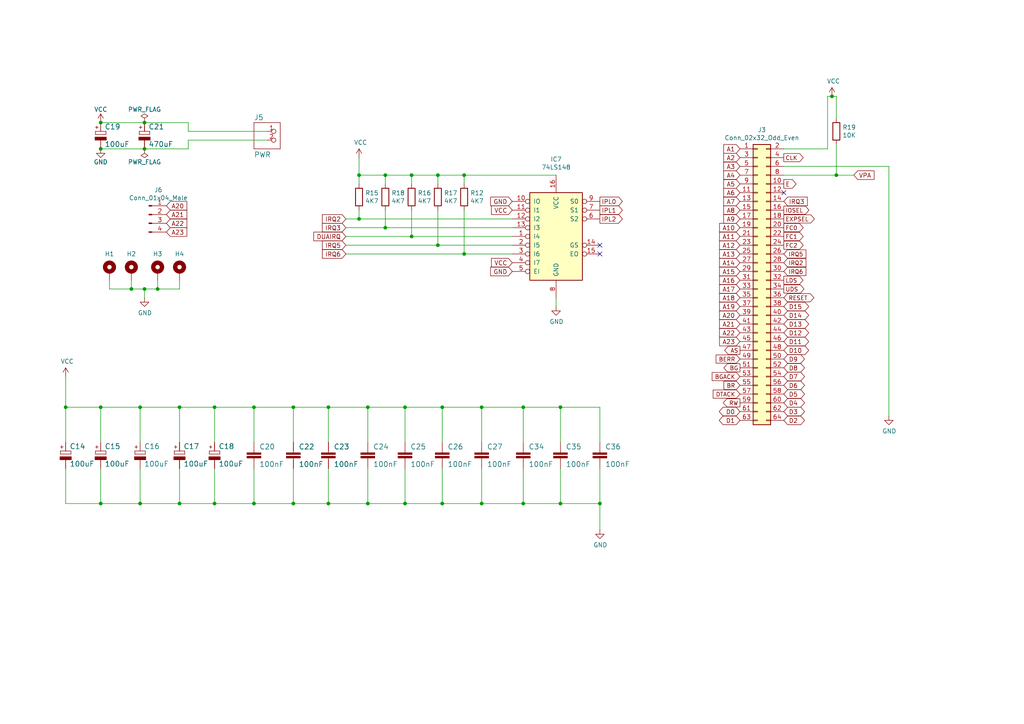
<source format=kicad_sch>
(kicad_sch (version 20211123) (generator eeschema)
  (paper "A4")
  (title_block (title "ROSCO_M68K CLASSIC MC68020 EDITION") (date "2022-02-27") (rev "1.0") (company "The Really Old-School Company Limited") (comment 1 "OSHWA UK000006 (https://certification.oshwa.org/uk000006.html)") (comment 2 "See https://github.com/roscopeco/rosco_m68k/blob/master/LICENCE.hardware.txt") (comment 3 "Open Source Hardware licenced under CERN Open Hardware Licence") (comment 4 "Copyright 2019-2022 Ross Bamford and Contributors"))
  (lib_symbols
    (symbol "74xx:74LS148" (pin_names (offset 1.016))
      (property "Reference" "U" (at -7.62 13.97 0))
      (property "Value" "74LS148" (at -7.62 -13.97 0))
      (symbol "74LS148_1_0"
        (pin input inverted (at -12.7 0 0) (length 5.08) (name "I4") (number "1"))
        (pin input inverted (at -12.7 10.16 0) (length 5.08) (name "IO") (number "10"))
        (pin input inverted (at -12.7 7.62 0) (length 5.08) (name "I1") (number "11"))
        (pin input inverted (at -12.7 5.08 0) (length 5.08) (name "I2") (number "12"))
        (pin input inverted (at -12.7 2.54 0) (length 5.08) (name "I3") (number "13"))
        (pin output inverted (at 12.7 -2.54 180) (length 5.08) (name "GS") (number "14"))
        (pin output inverted (at 12.7 -5.08 180) (length 5.08) (name "EO") (number "15"))
        (pin power_in line (at 0 17.78 270) (length 5.08) (name "VCC") (number "16"))
        (pin input inverted (at -12.7 -2.54 0) (length 5.08) (name "I5") (number "2"))
        (pin input inverted (at -12.7 -5.08 0) (length 5.08) (name "I6") (number "3"))
        (pin input inverted (at -12.7 -7.62 0) (length 5.08) (name "I7") (number "4"))
        (pin input inverted (at -12.7 -10.16 0) (length 5.08) (name "EI") (number "5"))
        (pin output inverted (at 12.7 5.08 180) (length 5.08) (name "S2") (number "6"))
        (pin output inverted (at 12.7 7.62 180) (length 5.08) (name "S1") (number "7"))
        (pin power_in line (at 0 -17.78 90) (length 5.08) (name "GND") (number "8"))
        (pin output inverted (at 12.7 10.16 180) (length 5.08) (name "S0") (number "9"))
      )
      (symbol "74LS148_1_1"
        (rectangle (start -7.62 12.7) (end 7.62 -12.7) (stroke (width 0.254)) (fill (type background)))
      )
    )
    (symbol "Connector:Conn_01x04_Male" (pin_names (offset 1.016) hide)
      (property "Reference" "J" (at 0 5.08 0))
      (property "Value" "Conn_01x04_Male" (at 0 -7.62 0))
      (symbol "Conn_01x04_Male_1_1"
        (polyline (pts (xy 1.27 -5.08) (xy 0.8636 -5.08)) (stroke (width 0.1524)))
        (polyline (pts (xy 1.27 -2.54) (xy 0.8636 -2.54)) (stroke (width 0.1524)))
        (polyline (pts (xy 1.27 0) (xy 0.8636 0)) (stroke (width 0.1524)))
        (polyline (pts (xy 1.27 2.54) (xy 0.8636 2.54)) (stroke (width 0.1524)))
        (rectangle (start 0.8636 -4.953) (end 0 -5.207) (stroke (width 0.1524)) (fill (type outline)))
        (rectangle (start 0.8636 -2.413) (end 0 -2.667) (stroke (width 0.1524)) (fill (type outline)))
        (rectangle (start 0.8636 0.127) (end 0 -0.127) (stroke (width 0.1524)) (fill (type outline)))
        (rectangle (start 0.8636 2.667) (end 0 2.413) (stroke (width 0.1524)) (fill (type outline)))
        (pin passive line (at 5.08 2.54 180) (length 3.81) (name "Pin_1") (number "1"))
        (pin passive line (at 5.08 0 180) (length 3.81) (name "Pin_2") (number "2"))
        (pin passive line (at 5.08 -2.54 180) (length 3.81) (name "Pin_3") (number "3"))
        (pin passive line (at 5.08 -5.08 180) (length 3.81) (name "Pin_4") (number "4"))
      )
    )
    (symbol "Connector_Generic:Conn_02x32_Odd_Even" (pin_names (offset 1.016) hide)
      (property "Reference" "J" (at 1.27 40.64 0))
      (property "Value" "Conn_02x32_Odd_Even" (at 1.27 -43.18 0))
      (symbol "Conn_02x32_Odd_Even_1_1"
        (rectangle (start -1.27 -40.513) (end 0 -40.767) (stroke (width 0.1524)))
        (rectangle (start -1.27 -37.973) (end 0 -38.227) (stroke (width 0.1524)))
        (rectangle (start -1.27 -35.433) (end 0 -35.687) (stroke (width 0.1524)))
        (rectangle (start -1.27 -32.893) (end 0 -33.147) (stroke (width 0.1524)))
        (rectangle (start -1.27 -30.353) (end 0 -30.607) (stroke (width 0.1524)))
        (rectangle (start -1.27 -27.813) (end 0 -28.067) (stroke (width 0.1524)))
        (rectangle (start -1.27 -25.273) (end 0 -25.527) (stroke (width 0.1524)))
        (rectangle (start -1.27 -22.733) (end 0 -22.987) (stroke (width 0.1524)))
        (rectangle (start -1.27 -20.193) (end 0 -20.447) (stroke (width 0.1524)))
        (rectangle (start -1.27 -17.653) (end 0 -17.907) (stroke (width 0.1524)))
        (rectangle (start -1.27 -15.113) (end 0 -15.367) (stroke (width 0.1524)))
        (rectangle (start -1.27 -12.573) (end 0 -12.827) (stroke (width 0.1524)))
        (rectangle (start -1.27 -10.033) (end 0 -10.287) (stroke (width 0.1524)))
        (rectangle (start -1.27 -7.493) (end 0 -7.747) (stroke (width 0.1524)))
        (rectangle (start -1.27 -4.953) (end 0 -5.207) (stroke (width 0.1524)))
        (rectangle (start -1.27 -2.413) (end 0 -2.667) (stroke (width 0.1524)))
        (rectangle (start -1.27 0.127) (end 0 -0.127) (stroke (width 0.1524)))
        (rectangle (start -1.27 2.667) (end 0 2.413) (stroke (width 0.1524)))
        (rectangle (start -1.27 5.207) (end 0 4.953) (stroke (width 0.1524)))
        (rectangle (start -1.27 7.747) (end 0 7.493) (stroke (width 0.1524)))
        (rectangle (start -1.27 10.287) (end 0 10.033) (stroke (width 0.1524)))
        (rectangle (start -1.27 12.827) (end 0 12.573) (stroke (width 0.1524)))
        (rectangle (start -1.27 15.367) (end 0 15.113) (stroke (width 0.1524)))
        (rectangle (start -1.27 17.907) (end 0 17.653) (stroke (width 0.1524)))
        (rectangle (start -1.27 20.447) (end 0 20.193) (stroke (width 0.1524)))
        (rectangle (start -1.27 22.987) (end 0 22.733) (stroke (width 0.1524)))
        (rectangle (start -1.27 25.527) (end 0 25.273) (stroke (width 0.1524)))
        (rectangle (start -1.27 28.067) (end 0 27.813) (stroke (width 0.1524)))
        (rectangle (start -1.27 30.607) (end 0 30.353) (stroke (width 0.1524)))
        (rectangle (start -1.27 33.147) (end 0 32.893) (stroke (width 0.1524)))
        (rectangle (start -1.27 35.687) (end 0 35.433) (stroke (width 0.1524)))
        (rectangle (start -1.27 38.227) (end 0 37.973) (stroke (width 0.1524)))
        (rectangle (start -1.27 39.37) (end 3.81 -41.91) (stroke (width 0.254)) (fill (type background)))
        (rectangle (start 3.81 -40.513) (end 2.54 -40.767) (stroke (width 0.1524)))
        (rectangle (start 3.81 -37.973) (end 2.54 -38.227) (stroke (width 0.1524)))
        (rectangle (start 3.81 -35.433) (end 2.54 -35.687) (stroke (width 0.1524)))
        (rectangle (start 3.81 -32.893) (end 2.54 -33.147) (stroke (width 0.1524)))
        (rectangle (start 3.81 -30.353) (end 2.54 -30.607) (stroke (width 0.1524)))
        (rectangle (start 3.81 -27.813) (end 2.54 -28.067) (stroke (width 0.1524)))
        (rectangle (start 3.81 -25.273) (end 2.54 -25.527) (stroke (width 0.1524)))
        (rectangle (start 3.81 -22.733) (end 2.54 -22.987) (stroke (width 0.1524)))
        (rectangle (start 3.81 -20.193) (end 2.54 -20.447) (stroke (width 0.1524)))
        (rectangle (start 3.81 -17.653) (end 2.54 -17.907) (stroke (width 0.1524)))
        (rectangle (start 3.81 -15.113) (end 2.54 -15.367) (stroke (width 0.1524)))
        (rectangle (start 3.81 -12.573) (end 2.54 -12.827) (stroke (width 0.1524)))
        (rectangle (start 3.81 -10.033) (end 2.54 -10.287) (stroke (width 0.1524)))
        (rectangle (start 3.81 -7.493) (end 2.54 -7.747) (stroke (width 0.1524)))
        (rectangle (start 3.81 -4.953) (end 2.54 -5.207) (stroke (width 0.1524)))
        (rectangle (start 3.81 -2.413) (end 2.54 -2.667) (stroke (width 0.1524)))
        (rectangle (start 3.81 0.127) (end 2.54 -0.127) (stroke (width 0.1524)))
        (rectangle (start 3.81 2.667) (end 2.54 2.413) (stroke (width 0.1524)))
        (rectangle (start 3.81 5.207) (end 2.54 4.953) (stroke (width 0.1524)))
        (rectangle (start 3.81 7.747) (end 2.54 7.493) (stroke (width 0.1524)))
        (rectangle (start 3.81 10.287) (end 2.54 10.033) (stroke (width 0.1524)))
        (rectangle (start 3.81 12.827) (end 2.54 12.573) (stroke (width 0.1524)))
        (rectangle (start 3.81 15.367) (end 2.54 15.113) (stroke (width 0.1524)))
        (rectangle (start 3.81 17.907) (end 2.54 17.653) (stroke (width 0.1524)))
        (rectangle (start 3.81 20.447) (end 2.54 20.193) (stroke (width 0.1524)))
        (rectangle (start 3.81 22.987) (end 2.54 22.733) (stroke (width 0.1524)))
        (rectangle (start 3.81 25.527) (end 2.54 25.273) (stroke (width 0.1524)))
        (rectangle (start 3.81 28.067) (end 2.54 27.813) (stroke (width 0.1524)))
        (rectangle (start 3.81 30.607) (end 2.54 30.353) (stroke (width 0.1524)))
        (rectangle (start 3.81 33.147) (end 2.54 32.893) (stroke (width 0.1524)))
        (rectangle (start 3.81 35.687) (end 2.54 35.433) (stroke (width 0.1524)))
        (rectangle (start 3.81 38.227) (end 2.54 37.973) (stroke (width 0.1524)))
        (pin passive line (at -5.08 38.1 0) (length 3.81) (name "Pin_1") (number "1"))
        (pin passive line (at 7.62 27.94 180) (length 3.81) (name "Pin_10") (number "10"))
        (pin passive line (at -5.08 25.4 0) (length 3.81) (name "Pin_11") (number "11"))
        (pin passive line (at 7.62 25.4 180) (length 3.81) (name "Pin_12") (number "12"))
        (pin passive line (at -5.08 22.86 0) (length 3.81) (name "Pin_13") (number "13"))
        (pin passive line (at 7.62 22.86 180) (length 3.81) (name "Pin_14") (number "14"))
        (pin passive line (at -5.08 20.32 0) (length 3.81) (name "Pin_15") (number "15"))
        (pin passive line (at 7.62 20.32 180) (length 3.81) (name "Pin_16") (number "16"))
        (pin passive line (at -5.08 17.78 0) (length 3.81) (name "Pin_17") (number "17"))
        (pin passive line (at 7.62 17.78 180) (length 3.81) (name "Pin_18") (number "18"))
        (pin passive line (at -5.08 15.24 0) (length 3.81) (name "Pin_19") (number "19"))
        (pin passive line (at 7.62 38.1 180) (length 3.81) (name "Pin_2") (number "2"))
        (pin passive line (at 7.62 15.24 180) (length 3.81) (name "Pin_20") (number "20"))
        (pin passive line (at -5.08 12.7 0) (length 3.81) (name "Pin_21") (number "21"))
        (pin passive line (at 7.62 12.7 180) (length 3.81) (name "Pin_22") (number "22"))
        (pin passive line (at -5.08 10.16 0) (length 3.81) (name "Pin_23") (number "23"))
        (pin passive line (at 7.62 10.16 180) (length 3.81) (name "Pin_24") (number "24"))
        (pin passive line (at -5.08 7.62 0) (length 3.81) (name "Pin_25") (number "25"))
        (pin passive line (at 7.62 7.62 180) (length 3.81) (name "Pin_26") (number "26"))
        (pin passive line (at -5.08 5.08 0) (length 3.81) (name "Pin_27") (number "27"))
        (pin passive line (at 7.62 5.08 180) (length 3.81) (name "Pin_28") (number "28"))
        (pin passive line (at -5.08 2.54 0) (length 3.81) (name "Pin_29") (number "29"))
        (pin passive line (at -5.08 35.56 0) (length 3.81) (name "Pin_3") (number "3"))
        (pin passive line (at 7.62 2.54 180) (length 3.81) (name "Pin_30") (number "30"))
        (pin passive line (at -5.08 0 0) (length 3.81) (name "Pin_31") (number "31"))
        (pin passive line (at 7.62 0 180) (length 3.81) (name "Pin_32") (number "32"))
        (pin passive line (at -5.08 -2.54 0) (length 3.81) (name "Pin_33") (number "33"))
        (pin passive line (at 7.62 -2.54 180) (length 3.81) (name "Pin_34") (number "34"))
        (pin passive line (at -5.08 -5.08 0) (length 3.81) (name "Pin_35") (number "35"))
        (pin passive line (at 7.62 -5.08 180) (length 3.81) (name "Pin_36") (number "36"))
        (pin passive line (at -5.08 -7.62 0) (length 3.81) (name "Pin_37") (number "37"))
        (pin passive line (at 7.62 -7.62 180) (length 3.81) (name "Pin_38") (number "38"))
        (pin passive line (at -5.08 -10.16 0) (length 3.81) (name "Pin_39") (number "39"))
        (pin passive line (at 7.62 35.56 180) (length 3.81) (name "Pin_4") (number "4"))
        (pin passive line (at 7.62 -10.16 180) (length 3.81) (name "Pin_40") (number "40"))
        (pin passive line (at -5.08 -12.7 0) (length 3.81) (name "Pin_41") (number "41"))
        (pin passive line (at 7.62 -12.7 180) (length 3.81) (name "Pin_42") (number "42"))
        (pin passive line (at -5.08 -15.24 0) (length 3.81) (name "Pin_43") (number "43"))
        (pin passive line (at 7.62 -15.24 180) (length 3.81) (name "Pin_44") (number "44"))
        (pin passive line (at -5.08 -17.78 0) (length 3.81) (name "Pin_45") (number "45"))
        (pin passive line (at 7.62 -17.78 180) (length 3.81) (name "Pin_46") (number "46"))
        (pin passive line (at -5.08 -20.32 0) (length 3.81) (name "Pin_47") (number "47"))
        (pin passive line (at 7.62 -20.32 180) (length 3.81) (name "Pin_48") (number "48"))
        (pin passive line (at -5.08 -22.86 0) (length 3.81) (name "Pin_49") (number "49"))
        (pin passive line (at -5.08 33.02 0) (length 3.81) (name "Pin_5") (number "5"))
        (pin passive line (at 7.62 -22.86 180) (length 3.81) (name "Pin_50") (number "50"))
        (pin passive line (at -5.08 -25.4 0) (length 3.81) (name "Pin_51") (number "51"))
        (pin passive line (at 7.62 -25.4 180) (length 3.81) (name "Pin_52") (number "52"))
        (pin passive line (at -5.08 -27.94 0) (length 3.81) (name "Pin_53") (number "53"))
        (pin passive line (at 7.62 -27.94 180) (length 3.81) (name "Pin_54") (number "54"))
        (pin passive line (at -5.08 -30.48 0) (length 3.81) (name "Pin_55") (number "55"))
        (pin passive line (at 7.62 -30.48 180) (length 3.81) (name "Pin_56") (number "56"))
        (pin passive line (at -5.08 -33.02 0) (length 3.81) (name "Pin_57") (number "57"))
        (pin passive line (at 7.62 -33.02 180) (length 3.81) (name "Pin_58") (number "58"))
        (pin passive line (at -5.08 -35.56 0) (length 3.81) (name "Pin_59") (number "59"))
        (pin passive line (at 7.62 33.02 180) (length 3.81) (name "Pin_6") (number "6"))
        (pin passive line (at 7.62 -35.56 180) (length 3.81) (name "Pin_60") (number "60"))
        (pin passive line (at -5.08 -38.1 0) (length 3.81) (name "Pin_61") (number "61"))
        (pin passive line (at 7.62 -38.1 180) (length 3.81) (name "Pin_62") (number "62"))
        (pin passive line (at -5.08 -40.64 0) (length 3.81) (name "Pin_63") (number "63"))
        (pin passive line (at 7.62 -40.64 180) (length 3.81) (name "Pin_64") (number "64"))
        (pin passive line (at -5.08 30.48 0) (length 3.81) (name "Pin_7") (number "7"))
        (pin passive line (at 7.62 30.48 180) (length 3.81) (name "Pin_8") (number "8"))
        (pin passive line (at -5.08 27.94 0) (length 3.81) (name "Pin_9") (number "9"))
      )
    )
    (symbol "Device:R" (pin_numbers hide) (pin_names (offset 0))
      (property "Reference" "R" (at 2.032 0 90))
      (property "Value" "R" (at 0 0 90))
      (symbol "R_0_1"
        (rectangle (start -1.016 -2.54) (end 1.016 2.54) (stroke (width 0.254)))
      )
      (symbol "R_1_1"
        (pin passive line (at 0 3.81 270) (length 1.27) (name "~") (number "1"))
        (pin passive line (at 0 -3.81 90) (length 1.27) (name "~") (number "2"))
      )
    )
    (symbol "Mechanical:MountingHole_Pad" (pin_numbers hide) (pin_names (offset 1.016) hide)
      (property "Reference" "H" (at 0 6.35 0))
      (property "Value" "MountingHole_Pad" (at 0 4.445 0))
      (symbol "MountingHole_Pad_0_1"
        (circle (center 0 1.27) (radius 1.27) (stroke (width 1.27)))
      )
      (symbol "MountingHole_Pad_1_1"
        (pin input line (at 0 -2.54 90) (length 2.54) (name "1") (number "1"))
      )
    )
    (symbol "power:GND" (power) (pin_names (offset 0))
      (property "Value" "GND" (at 0 -3.81 0))
      (symbol "GND_0_1"
        (polyline (pts (xy 0 0) (xy 0 -1.27) (xy 1.27 -1.27) (xy 0 -2.54) (xy -1.27 -1.27) (xy 0 -1.27)))
      )
      (symbol "GND_1_1"
        (pin power_in line (at 0 0 270) (length 0) hide (name "GND") (number "1"))
      )
    )
    (symbol "power:PWR_FLAG" (power) (pin_numbers hide) (pin_names (offset 0) hide)
      (property "Value" "PWR_FLAG" (at 0 3.81 0))
      (symbol "PWR_FLAG_0_0"
        (pin power_out line (at 0 0 90) (length 0) (name "pwr") (number "1"))
      )
      (symbol "PWR_FLAG_0_1"
        (polyline (pts (xy 0 0) (xy 0 1.27) (xy -1.016 1.905) (xy 0 2.54) (xy 1.016 1.905) (xy 0 1.27)))
      )
    )
    (symbol "power:VCC" (power) (pin_names (offset 0))
      (property "Value" "VCC" (at 0 3.81 0))
      (symbol "VCC_0_1"
        (polyline (pts (xy -0.762 1.27) (xy 0 2.54)))
        (polyline (pts (xy 0 0) (xy 0 2.54)))
        (polyline (pts (xy 0 2.54) (xy 0.762 1.27)))
      )
      (symbol "VCC_1_1"
        (pin power_in line (at 0 0 90) (length 0) hide (name "VCC") (number "1"))
      )
    )
    (symbol "rosco_m68k-eagle-import:C2,5-3" (pin_names (offset 1.016))
      (property "Reference" "C" (at 1.524 0.381 0))
      (property "Value" "C2,5-3" (at 1.524 -4.699 0))
      (symbol "C2,5-3_1_0"
        (rectangle (start -2.032 -2.032) (end 2.032 -1.524) (fill (type outline)))
        (rectangle (start -2.032 -1.016) (end 2.032 -0.508) (fill (type outline)))
        (polyline (pts (xy 0 -2.54) (xy 0 -2.032)))
        (polyline (pts (xy 0 0) (xy 0 -0.508)))
        (pin passive line (at 0 2.54 270) (length 2.54) (name "1") (number "1"))
        (pin passive line (at 0 -5.08 90) (length 2.54) (name "2") (number "2"))
      )
    )
    (symbol "rosco_m68k-eagle-import:CPOL-EUE2.5-5" (pin_names (offset 1.016))
      (property "Reference" "C" (at 1.143 0.4826 0))
      (property "Value" "CPOL-EUE2.5-5" (at 1.143 -4.5974 0))
      (symbol "CPOL-EUE2.5-5_1_0"
        (rectangle (start -1.651 -2.54) (end 1.651 -1.651) (fill (type outline)))
        (polyline (pts (xy -1.524 -0.889) (xy 1.524 -0.889)))
        (polyline (pts (xy -1.524 0) (xy -1.524 -0.889)))
        (polyline (pts (xy -1.524 0) (xy 1.524 0)))
        (polyline (pts (xy 1.524 -0.889) (xy 1.524 0)))
        (text "+" (at -0.5842 0.4064 900) (effects (font (size 1.0668 1.0668)) (justify left bottom)))
        (pin passive line (at 0 2.54 270) (length 2.54) (name "+") (number "+"))
        (pin passive line (at 0 -5.08 90) (length 2.54) (name "-") (number "-"))
      )
    )
    (symbol "rosco_m68k-eagle-import:CPOL-EUE3.5-10" (pin_names (offset 1.016))
      (property "Reference" "C" (at 1.143 0.4826 0))
      (property "Value" "CPOL-EUE3.5-10" (at 1.143 -4.5974 0))
      (symbol "CPOL-EUE3.5-10_1_0"
        (rectangle (start -1.651 -2.54) (end 1.651 -1.651) (fill (type outline)))
        (polyline (pts (xy -1.524 -0.889) (xy 1.524 -0.889)))
        (polyline (pts (xy -1.524 0) (xy -1.524 -0.889)))
        (polyline (pts (xy -1.524 0) (xy 1.524 0)))
        (polyline (pts (xy 1.524 -0.889) (xy 1.524 0)))
        (text "+" (at -0.5842 0.4064 900) (effects (font (size 1.0668 1.0668)) (justify left bottom)))
        (pin passive line (at 0 2.54 270) (length 2.54) (name "+") (number "+"))
        (pin passive line (at 0 -5.08 90) (length 2.54) (name "-") (number "-"))
      )
    )
    (symbol "rosco_m68k-eagle-import:PINHD-1X2" (pin_names (offset 1.016))
      (property "Reference" "JP" (at -6.35 5.715 0))
      (property "Value" "PINHD-1X2" (at -6.35 -5.08 0))
      (symbol "PINHD-1X2_1_0"
        (polyline (pts (xy -6.35 -2.54) (xy 1.27 -2.54)))
        (polyline (pts (xy -6.35 5.08) (xy -6.35 -2.54)))
        (polyline (pts (xy 1.27 -2.54) (xy 1.27 5.08)))
        (polyline (pts (xy 1.27 5.08) (xy -6.35 5.08)))
        (pin passive inverted (at -2.54 2.54 0) (length 2.54) (name "1") (number "1"))
        (pin passive inverted (at -2.54 0 0) (length 2.54) (name "2") (number "2"))
      )
    )
  )
  (junction (at 38.1 83.82))
  (junction (at 52.07 146.05))
  (junction (at 104.14 63.5))
  (junction (at 134.62 50.8))
  (junction (at 151.765 118.11))
  (junction (at 106.68 146.05))
  (junction (at 85.09 118.11))
  (junction (at 119.38 68.58))
  (junction (at 41.91 43.18))
  (junction (at 139.7 118.11))
  (junction (at 127 50.8))
  (junction (at 241.3 27.94))
  (junction (at 111.76 50.8))
  (junction (at 173.99 146.05))
  (junction (at 95.25 146.05))
  (junction (at 242.57 50.8))
  (junction (at 106.68 118.11))
  (junction (at 73.66 118.11))
  (junction (at 52.07 118.11))
  (junction (at 128.27 118.11))
  (junction (at 19.05 118.11))
  (junction (at 117.475 118.11))
  (junction (at 29.21 146.05))
  (junction (at 162.56 118.11))
  (junction (at 134.62 73.66))
  (junction (at 151.765 146.05))
  (junction (at 29.21 43.18))
  (junction (at 85.09 146.05))
  (junction (at 45.72 83.82))
  (junction (at 117.475 146.05))
  (junction (at 139.7 146.05))
  (junction (at 41.91 35.56))
  (junction (at 73.66 146.05))
  (junction (at 40.64 118.11))
  (junction (at 29.21 118.11))
  (junction (at 127 71.12))
  (junction (at 104.14 50.8))
  (junction (at 29.21 35.56))
  (junction (at 162.56 146.05))
  (junction (at 119.38 50.8))
  (junction (at 62.23 146.05))
  (junction (at 40.64 146.05))
  (junction (at 111.76 66.04))
  (junction (at 41.91 83.82))
  (junction (at 128.27 146.05))
  (junction (at 95.25 118.11))
  (junction (at 62.23 118.11))
  (no_connect (at 173.99 73.66))
  (no_connect (at 173.99 71.12))
  (no_connect (at 227.33 55.88))
  (wire (pts (xy 19.05 109.22) (xy 19.05 118.11)))
  (wire (pts (xy 104.14 50.8) (xy 111.76 50.8)))
  (wire (pts (xy 52.07 135.89) (xy 52.07 146.05)))
  (wire (pts (xy 104.14 45.72) (xy 104.14 50.8)))
  (wire (pts (xy 128.27 128.27) (xy 128.27 118.11)))
  (wire (pts (xy 41.91 83.82) (xy 41.91 86.36)))
  (wire (pts (xy 52.07 128.27) (xy 52.07 118.11)))
  (wire (pts (xy 173.99 135.89) (xy 173.99 146.05)))
  (wire (pts (xy 139.7 118.11) (xy 128.27 118.11)))
  (wire (pts (xy 117.475 135.89) (xy 117.475 146.05)))
  (wire (pts (xy 31.75 83.82) (xy 38.1 83.82)))
  (wire (pts (xy 127 71.12) (xy 148.59 71.12)))
  (wire (pts (xy 73.66 118.11) (xy 73.66 128.27)))
  (wire (pts (xy 242.57 50.8) (xy 247.65 50.8)))
  (wire (pts (xy 119.38 53.34) (xy 119.38 50.8)))
  (wire (pts (xy 162.56 118.11) (xy 173.99 118.11)))
  (wire (pts (xy 117.475 118.11) (xy 117.475 128.27)))
  (wire (pts (xy 19.05 146.05) (xy 29.21 146.05)))
  (wire (pts (xy 106.68 135.89) (xy 106.68 146.05)))
  (wire (pts (xy 106.68 128.27) (xy 106.68 118.11)))
  (wire (pts (xy 85.09 146.05) (xy 95.25 146.05)))
  (wire (pts (xy 106.68 118.11) (xy 117.475 118.11)))
  (wire (pts (xy 100.33 66.04) (xy 111.76 66.04)))
  (wire (pts (xy 85.09 118.11) (xy 85.09 128.27)))
  (wire (pts (xy 62.23 128.27) (xy 62.23 118.11)))
  (wire (pts (xy 95.25 146.05) (xy 106.68 146.05)))
  (wire (pts (xy 100.33 71.12) (xy 127 71.12)))
  (wire (pts (xy 227.33 43.18) (xy 240.03 43.18)))
  (wire (pts (xy 139.7 135.89) (xy 139.7 146.05)))
  (wire (pts (xy 100.33 68.58) (xy 119.38 68.58)))
  (wire (pts (xy 119.38 60.96) (xy 119.38 68.58)))
  (wire (pts (xy 73.66 146.05) (xy 85.09 146.05)))
  (wire (pts (xy 104.14 50.8) (xy 104.14 53.34)))
  (wire (pts (xy 240.03 27.94) (xy 240.03 43.18)))
  (wire (pts (xy 151.765 118.11) (xy 162.56 118.11)))
  (wire (pts (xy 40.64 146.05) (xy 52.07 146.05)))
  (wire (pts (xy 54.61 35.56) (xy 41.91 35.56)))
  (wire (pts (xy 227.33 50.8) (xy 242.57 50.8)))
  (wire (pts (xy 19.05 135.89) (xy 19.05 146.05)))
  (wire (pts (xy 139.7 118.11) (xy 151.765 118.11)))
  (wire (pts (xy 161.29 86.36) (xy 161.29 88.9)))
  (wire (pts (xy 52.07 146.05) (xy 62.23 146.05)))
  (wire (pts (xy 41.91 35.56) (xy 29.21 35.56)))
  (wire (pts (xy 45.72 81.28) (xy 45.72 83.82)))
  (wire (pts (xy 77.47 38.1) (xy 54.61 38.1)))
  (wire (pts (xy 29.21 146.05) (xy 40.64 146.05)))
  (wire (pts (xy 151.765 135.89) (xy 151.765 146.05)))
  (wire (pts (xy 162.56 135.89) (xy 162.56 146.05)))
  (wire (pts (xy 128.27 146.05) (xy 139.7 146.05)))
  (wire (pts (xy 38.1 83.82) (xy 41.91 83.82)))
  (wire (pts (xy 148.59 68.58) (xy 119.38 68.58)))
  (wire (pts (xy 127 60.96) (xy 127 71.12)))
  (wire (pts (xy 52.07 118.11) (xy 40.64 118.11)))
  (wire (pts (xy 29.21 118.11) (xy 19.05 118.11)))
  (wire (pts (xy 40.64 118.11) (xy 29.21 118.11)))
  (wire (pts (xy 257.81 48.26) (xy 257.81 120.65)))
  (wire (pts (xy 242.57 34.29) (xy 242.57 27.94)))
  (wire (pts (xy 173.99 128.27) (xy 173.99 118.11)))
  (wire (pts (xy 134.62 50.8) (xy 127 50.8)))
  (wire (pts (xy 41.91 83.82) (xy 45.72 83.82)))
  (wire (pts (xy 242.57 27.94) (xy 241.3 27.94)))
  (wire (pts (xy 117.475 146.05) (xy 128.27 146.05)))
  (wire (pts (xy 40.64 135.89) (xy 40.64 146.05)))
  (wire (pts (xy 73.66 135.89) (xy 73.66 146.05)))
  (wire (pts (xy 119.38 50.8) (xy 111.76 50.8)))
  (wire (pts (xy 241.3 27.94) (xy 240.03 27.94)))
  (wire (pts (xy 45.72 83.82) (xy 52.07 83.82)))
  (wire (pts (xy 19.05 118.11) (xy 19.05 128.27)))
  (wire (pts (xy 77.47 40.64) (xy 54.61 40.64)))
  (wire (pts (xy 62.23 146.05) (xy 73.66 146.05)))
  (wire (pts (xy 95.25 128.27) (xy 95.25 118.11)))
  (wire (pts (xy 106.68 146.05) (xy 117.475 146.05)))
  (wire (pts (xy 111.76 50.8) (xy 111.76 53.34)))
  (wire (pts (xy 54.61 38.1) (xy 54.61 35.56)))
  (wire (pts (xy 242.57 41.91) (xy 242.57 50.8)))
  (wire (pts (xy 173.99 153.67) (xy 173.99 146.05)))
  (wire (pts (xy 134.62 60.96) (xy 134.62 73.66)))
  (wire (pts (xy 62.23 118.11) (xy 52.07 118.11)))
  (wire (pts (xy 227.33 48.26) (xy 257.81 48.26)))
  (wire (pts (xy 148.59 73.66) (xy 134.62 73.66)))
  (wire (pts (xy 162.56 146.05) (xy 173.99 146.05)))
  (wire (pts (xy 73.66 118.11) (xy 62.23 118.11)))
  (wire (pts (xy 151.765 146.05) (xy 162.56 146.05)))
  (wire (pts (xy 54.61 40.64) (xy 54.61 43.18)))
  (wire (pts (xy 134.62 50.8) (xy 161.29 50.8)))
  (wire (pts (xy 151.765 118.11) (xy 151.765 128.27)))
  (wire (pts (xy 104.14 60.96) (xy 104.14 63.5)))
  (wire (pts (xy 134.62 53.34) (xy 134.62 50.8)))
  (wire (pts (xy 106.68 118.11) (xy 95.25 118.11)))
  (wire (pts (xy 100.33 73.66) (xy 134.62 73.66)))
  (wire (pts (xy 127 53.34) (xy 127 50.8)))
  (wire (pts (xy 62.23 135.89) (xy 62.23 146.05)))
  (wire (pts (xy 117.475 118.11) (xy 128.27 118.11)))
  (wire (pts (xy 41.91 43.18) (xy 29.21 43.18)))
  (wire (pts (xy 100.33 63.5) (xy 104.14 63.5)))
  (wire (pts (xy 54.61 43.18) (xy 41.91 43.18)))
  (wire (pts (xy 85.09 118.11) (xy 95.25 118.11)))
  (wire (pts (xy 148.59 63.5) (xy 104.14 63.5)))
  (wire (pts (xy 85.09 135.89) (xy 85.09 146.05)))
  (wire (pts (xy 111.76 60.96) (xy 111.76 66.04)))
  (wire (pts (xy 29.21 128.27) (xy 29.21 118.11)))
  (wire (pts (xy 127 50.8) (xy 119.38 50.8)))
  (wire (pts (xy 40.64 128.27) (xy 40.64 118.11)))
  (wire (pts (xy 139.7 128.27) (xy 139.7 118.11)))
  (wire (pts (xy 139.7 146.05) (xy 151.765 146.05)))
  (wire (pts (xy 38.1 81.28) (xy 38.1 83.82)))
  (wire (pts (xy 95.25 135.89) (xy 95.25 146.05)))
  (wire (pts (xy 111.76 66.04) (xy 148.59 66.04)))
  (wire (pts (xy 29.21 135.89) (xy 29.21 146.05)))
  (wire (pts (xy 52.07 81.28) (xy 52.07 83.82)))
  (wire (pts (xy 128.27 135.89) (xy 128.27 146.05)))
  (wire (pts (xy 73.66 118.11) (xy 85.09 118.11)))
  (wire (pts (xy 31.75 81.28) (xy 31.75 83.82)))
  (wire (pts (xy 162.56 118.11) (xy 162.56 128.27)))
  (global_label "IPL2" (shape output) (at 173.99 63.5 0) (property "Intersheet References" "${INTERSHEET_REFS}" (effects hide)))
  (global_label "GND" (shape input) (at 148.59 58.42 180) (property "Intersheet References" "${INTERSHEET_REFS}" (effects hide)))
  (global_label "D9" (shape bidirectional) (at 227.33 104.14 0) (property "Intersheet References" "${INTERSHEET_REFS}" (effects hide)))
  (global_label "IPL0" (shape output) (at 173.99 58.42 0) (property "Intersheet References" "${INTERSHEET_REFS}" (effects hide)))
  (global_label "A5" (shape input) (at 214.63 53.34 180) (property "Intersheet References" "${INTERSHEET_REFS}" (effects hide)))
  (global_label "VCC" (shape input) (at 148.59 60.96 180) (property "Intersheet References" "${INTERSHEET_REFS}" (effects hide)))
  (global_label "IRQ3" (shape input) (at 227.33 58.42 0) (property "Intersheet References" "${INTERSHEET_REFS}" (effects hide)))
  (global_label "D0" (shape bidirectional) (at 214.63 119.38 180) (property "Intersheet References" "${INTERSHEET_REFS}" (effects hide)))
  (global_label "A11" (shape input) (at 214.63 68.58 180) (property "Intersheet References" "${INTERSHEET_REFS}" (effects hide)))
  (global_label "A6" (shape input) (at 214.63 55.88 180) (property "Intersheet References" "${INTERSHEET_REFS}" (effects hide)))
  (global_label "A19" (shape input) (at 214.63 88.9 180) (property "Intersheet References" "${INTERSHEET_REFS}" (effects hide)))
  (global_label "D7" (shape bidirectional) (at 227.33 109.22 0) (property "Intersheet References" "${INTERSHEET_REFS}" (effects hide)))
  (global_label "FC0" (shape output) (at 227.33 66.04 0) (effects (font (size 1.1938 1.1938))) (property "Intersheet References" "${INTERSHEET_REFS}" (effects hide)))
  (global_label "A15" (shape input) (at 214.63 78.74 180) (property "Intersheet References" "${INTERSHEET_REFS}" (effects hide)))
  (global_label "A18" (shape input) (at 214.63 86.36 180) (property "Intersheet References" "${INTERSHEET_REFS}" (effects hide)))
  (global_label "A9" (shape input) (at 214.63 63.5 180) (property "Intersheet References" "${INTERSHEET_REFS}" (effects hide)))
  (global_label "D4" (shape bidirectional) (at 227.33 116.84 0) (property "Intersheet References" "${INTERSHEET_REFS}" (effects hide)))
  (global_label "AS" (shape output) (at 214.63 101.6 180) (effects (font (size 1.1938 1.1938))) (property "Intersheet References" "${INTERSHEET_REFS}" (effects hide)))
  (global_label "A21" (shape input) (at 48.26 62.23 0) (property "Intersheet References" "${INTERSHEET_REFS}" (effects hide)))
  (global_label "BR" (shape input) (at 214.63 111.76 180) (effects (font (size 1.1938 1.1938))) (property "Intersheet References" "${INTERSHEET_REFS}" (effects hide)))
  (global_label "A21" (shape input) (at 214.63 93.98 180) (property "Intersheet References" "${INTERSHEET_REFS}" (effects hide)))
  (global_label "IOSEL" (shape output) (at 227.33 60.96 0) (effects (font (size 1.1938 1.1938))) (property "Intersheet References" "${INTERSHEET_REFS}" (effects hide)))
  (global_label "A8" (shape input) (at 214.63 60.96 180) (property "Intersheet References" "${INTERSHEET_REFS}" (effects hide)))
  (global_label "E" (shape output) (at 227.33 53.34 0) (property "Intersheet References" "${INTERSHEET_REFS}" (effects hide)))
  (global_label "A2" (shape input) (at 214.63 45.72 180) (property "Intersheet References" "${INTERSHEET_REFS}" (effects hide)))
  (global_label "D2" (shape bidirectional) (at 227.33 121.92 0) (property "Intersheet References" "${INTERSHEET_REFS}" (effects hide)))
  (global_label "A14" (shape input) (at 214.63 76.2 180) (property "Intersheet References" "${INTERSHEET_REFS}" (effects hide)))
  (global_label "IRQ5" (shape input) (at 100.33 71.12 180) (property "Intersheet References" "${INTERSHEET_REFS}" (effects hide)))
  (global_label "IRQ5" (shape input) (at 227.33 73.66 0) (effects (font (size 1.1938 1.1938))) (property "Intersheet References" "${INTERSHEET_REFS}" (effects hide)))
  (global_label "IPL1" (shape output) (at 173.99 60.96 0) (property "Intersheet References" "${INTERSHEET_REFS}" (effects hide)))
  (global_label "BGACK" (shape input) (at 214.63 109.22 180) (effects (font (size 1.1938 1.1938))) (property "Intersheet References" "${INTERSHEET_REFS}" (effects hide)))
  (global_label "IRQ2" (shape input) (at 100.33 63.5 180) (property "Intersheet References" "${INTERSHEET_REFS}" (effects hide)))
  (global_label "FC1" (shape output) (at 227.33 68.58 0) (effects (font (size 1.1938 1.1938))) (property "Intersheet References" "${INTERSHEET_REFS}" (effects hide)))
  (global_label "D12" (shape bidirectional) (at 227.33 96.52 0) (property "Intersheet References" "${INTERSHEET_REFS}" (effects hide)))
  (global_label "VCC" (shape input) (at 148.59 76.2 180) (property "Intersheet References" "${INTERSHEET_REFS}" (effects hide)))
  (global_label "IRQ6" (shape input) (at 100.33 73.66 180) (property "Intersheet References" "${INTERSHEET_REFS}" (effects hide)))
  (global_label "RW" (shape output) (at 214.63 116.84 180) (effects (font (size 1.1938 1.1938))) (property "Intersheet References" "${INTERSHEET_REFS}" (effects hide)))
  (global_label "A17" (shape input) (at 214.63 83.82 180) (property "Intersheet References" "${INTERSHEET_REFS}" (effects hide)))
  (global_label "A20" (shape input) (at 214.63 91.44 180) (property "Intersheet References" "${INTERSHEET_REFS}" (effects hide)))
  (global_label "A20" (shape input) (at 48.26 59.69 0) (property "Intersheet References" "${INTERSHEET_REFS}" (effects hide)))
  (global_label "EXPSEL" (shape output) (at 227.33 63.5 0) (effects (font (size 1.1938 1.1938))) (property "Intersheet References" "${INTERSHEET_REFS}" (effects hide)))
  (global_label "FC2" (shape output) (at 227.33 71.12 0) (effects (font (size 1.1938 1.1938))) (property "Intersheet References" "${INTERSHEET_REFS}" (effects hide)))
  (global_label "D10" (shape bidirectional) (at 227.33 101.6 0) (property "Intersheet References" "${INTERSHEET_REFS}" (effects hide)))
  (global_label "BG" (shape output) (at 214.63 106.68 180) (effects (font (size 1.1938 1.1938))) (property "Intersheet References" "${INTERSHEET_REFS}" (effects hide)))
  (global_label "CLK" (shape output) (at 227.33 45.72 0) (effects (font (size 1.1938 1.1938))) (property "Intersheet References" "${INTERSHEET_REFS}" (effects hide)))
  (global_label "D8" (shape bidirectional) (at 227.33 106.68 0) (property "Intersheet References" "${INTERSHEET_REFS}" (effects hide)))
  (global_label "D3" (shape bidirectional) (at 227.33 119.38 0) (property "Intersheet References" "${INTERSHEET_REFS}" (effects hide)))
  (global_label "A4" (shape input) (at 214.63 50.8 180) (property "Intersheet References" "${INTERSHEET_REFS}" (effects hide)))
  (global_label "D11" (shape bidirectional) (at 227.33 99.06 0) (property "Intersheet References" "${INTERSHEET_REFS}" (effects hide)))
  (global_label "A13" (shape input) (at 214.63 73.66 180) (property "Intersheet References" "${INTERSHEET_REFS}" (effects hide)))
  (global_label "IRQ6" (shape input) (at 227.33 78.74 0) (effects (font (size 1.1938 1.1938))) (property "Intersheet References" "${INTERSHEET_REFS}" (effects hide)))
  (global_label "A22" (shape input) (at 48.26 64.77 0) (property "Intersheet References" "${INTERSHEET_REFS}" (effects hide)))
  (global_label "D13" (shape bidirectional) (at 227.33 93.98 0) (property "Intersheet References" "${INTERSHEET_REFS}" (effects hide)))
  (global_label "A22" (shape input) (at 214.63 96.52 180) (property "Intersheet References" "${INTERSHEET_REFS}" (effects hide)))
  (global_label "A10" (shape input) (at 214.63 66.04 180) (property "Intersheet References" "${INTERSHEET_REFS}" (effects hide)))
  (global_label "A7" (shape input) (at 214.63 58.42 180) (property "Intersheet References" "${INTERSHEET_REFS}" (effects hide)))
  (global_label "GND" (shape input) (at 148.59 78.74 180) (property "Intersheet References" "${INTERSHEET_REFS}" (effects hide)))
  (global_label "LDS" (shape output) (at 227.33 81.28 0) (effects (font (size 1.1938 1.1938))) (property "Intersheet References" "${INTERSHEET_REFS}" (effects hide)))
  (global_label "D5" (shape bidirectional) (at 227.33 114.3 0) (property "Intersheet References" "${INTERSHEET_REFS}" (effects hide)))
  (global_label "A1" (shape input) (at 214.63 43.18 180) (property "Intersheet References" "${INTERSHEET_REFS}" (effects hide)))
  (global_label "IRQ2" (shape input) (at 227.33 76.2 0) (effects (font (size 1.1938 1.1938))) (property "Intersheet References" "${INTERSHEET_REFS}" (effects hide)))
  (global_label "D1" (shape bidirectional) (at 214.63 121.92 180) (property "Intersheet References" "${INTERSHEET_REFS}" (effects hide)))
  (global_label "A23" (shape input) (at 214.63 99.06 180) (property "Intersheet References" "${INTERSHEET_REFS}" (effects hide)))
  (global_label "D14" (shape bidirectional) (at 227.33 91.44 0) (property "Intersheet References" "${INTERSHEET_REFS}" (effects hide)))
  (global_label "BERR" (shape input) (at 214.63 104.14 180) (effects (font (size 1.1938 1.1938))) (property "Intersheet References" "${INTERSHEET_REFS}" (effects hide)))
  (global_label "IRQ3" (shape input) (at 100.33 66.04 180) (property "Intersheet References" "${INTERSHEET_REFS}" (effects hide)))
  (global_label "DUAIRQ" (shape input) (at 100.33 68.58 180) (property "Intersheet References" "${INTERSHEET_REFS}" (effects hide)))
  (global_label "A12" (shape input) (at 214.63 71.12 180) (property "Intersheet References" "${INTERSHEET_REFS}" (effects hide)))
  (global_label "RESET" (shape bidirectional) (at 227.33 86.36 0) (effects (font (size 1.1938 1.1938))) (property "Intersheet References" "${INTERSHEET_REFS}" (effects hide)))
  (global_label "VPA" (shape input) (at 247.65 50.8 0) (property "Intersheet References" "${INTERSHEET_REFS}" (effects hide)))
  (global_label "A23" (shape input) (at 48.26 67.31 0) (property "Intersheet References" "${INTERSHEET_REFS}" (effects hide)))
  (global_label "D6" (shape bidirectional) (at 227.33 111.76 0) (property "Intersheet References" "${INTERSHEET_REFS}" (effects hide)))
  (global_label "A16" (shape input) (at 214.63 81.28 180) (property "Intersheet References" "${INTERSHEET_REFS}" (effects hide)))
  (global_label "UDS" (shape output) (at 227.33 83.82 0) (effects (font (size 1.1938 1.1938))) (property "Intersheet References" "${INTERSHEET_REFS}" (effects hide)))
  (global_label "DTACK" (shape input) (at 214.63 114.3 180) (effects (font (size 1.1938 1.1938))) (property "Intersheet References" "${INTERSHEET_REFS}" (effects hide)))
  (global_label "A3" (shape input) (at 214.63 48.26 180) (property "Intersheet References" "${INTERSHEET_REFS}" (effects hide)))
  (global_label "D15" (shape bidirectional) (at 227.33 88.9 0) (property "Intersheet References" "${INTERSHEET_REFS}" (effects hide)))
  (symbol (lib_id "Connector_Generic:Conn_02x32_Odd_Even") (at 219.71 81.28 0) (unit 1)
    (property "Reference" "J3" (at 220.98 37.6682 0))
    (property "Value" "Conn_02x32_Odd_Even" (at 220.98 39.9796 0))
    (property "Footprint" "Connector_PinHeader_2.54mm:PinHeader_2x32_P2.54mm_Vertical" (effects hide))
  )
  (symbol (lib_id "rosco_m68k-eagle-import:C2,5-3") (at 139.7 130.81 0) (unit 1)
    (property "Reference" "C27" (at 141.224 130.429 0) (effects (font (size 1.4986 1.4986)) (justify left bottom)))
    (property "Value" "100nF" (at 141.224 135.509 0) (effects (font (size 1.4986 1.4986)) (justify left bottom)))
    (property "Footprint" "rosco_m68k:C2.5-3" (effects hide))
  )
  (symbol (lib_id "rosco_m68k-eagle-import:PINHD-1X2") (at 80.01 40.64 0) (unit 1)
    (property "Reference" "J5" (at 73.66 34.925 0) (effects (font (size 1.4986 1.4986)) (justify left bottom)))
    (property "Value" "PWR" (at 73.66 45.72 0) (effects (font (size 1.4986 1.4986)) (justify left bottom)))
    (property "Footprint" "rosco_m68k:1X02" (effects hide))
    (property "1" "+5V" (effects hide))
    (property "2" "GND" (effects hide))
  )
  (symbol (lib_id "rosco_m68k-eagle-import:CPOL-EUE3.5-10") (at 41.91 38.1 0) (unit 1)
    (property "Reference" "C21" (at 43.053 37.6174 0) (effects (font (size 1.4986 1.4986)) (justify left bottom)))
    (property "Value" "470uF" (at 43.053 42.6974 0) (effects (font (size 1.4986 1.4986)) (justify left bottom)))
    (property "Footprint" "rosco_m68k:E3,5-10" (effects hide))
  )
  (symbol (lib_id "rosco_m68k-eagle-import:CPOL-EUE2.5-5") (at 29.21 38.1 0) (unit 1)
    (property "Reference" "C19" (at 30.353 37.6174 0) (effects (font (size 1.4986 1.4986)) (justify left bottom)))
    (property "Value" "100uF" (at 30.353 42.6974 0) (effects (font (size 1.4986 1.4986)) (justify left bottom)))
    (property "Footprint" "rosco_m68k:E2,5-5" (effects hide))
  )
  (symbol (lib_id "power:PWR_FLAG") (at 41.91 35.56 0) (unit 1)
    (property "Reference" "#FLG0101" (effects hide))
    (property "Value" "PWR_FLAG" (at 41.91 31.75 0))
  )
  (symbol (lib_id "power:PWR_FLAG") (at 41.91 43.18 180) (unit 1)
    (property "Reference" "#FLG0102" (effects hide))
    (property "Value" "PWR_FLAG" (at 41.91 46.99 0))
  )
  (symbol (lib_id "power:VCC") (at 29.21 35.56 0) (unit 1)
    (property "Reference" "#PWR0127" (effects hide))
    (property "Value" "VCC" (at 29.21 31.75 0))
  )
  (symbol (lib_id "power:GND") (at 29.21 43.18 0) (unit 1)
    (property "Reference" "#PWR0128" (effects hide))
    (property "Value" "GND" (at 29.21 46.99 0))
  )
  (symbol (lib_id "rosco_m68k-eagle-import:C2,5-3") (at 95.25 130.81 0) (unit 1)
    (property "Reference" "C23" (at 96.774 130.429 0) (effects (font (size 1.4986 1.4986)) (justify left bottom)))
    (property "Value" "100nF" (at 96.774 135.509 0) (effects (font (size 1.4986 1.4986)) (justify left bottom)))
    (property "Footprint" "rosco_m68k:C2.5-3" (effects hide))
  )
  (symbol (lib_id "rosco_m68k-eagle-import:C2,5-3") (at 106.68 130.81 0) (unit 1)
    (property "Reference" "C24" (at 108.204 130.429 0) (effects (font (size 1.4986 1.4986)) (justify left bottom)))
    (property "Value" "100nF" (at 108.204 135.509 0) (effects (font (size 1.4986 1.4986)) (justify left bottom)))
    (property "Footprint" "rosco_m68k:C2.5-3" (effects hide))
  )
  (symbol (lib_id "rosco_m68k-eagle-import:C2,5-3") (at 73.66 130.81 0) (unit 1)
    (property "Reference" "C20" (at 75.184 130.429 0) (effects (font (size 1.4986 1.4986)) (justify left bottom)))
    (property "Value" "100nF" (at 75.184 135.509 0) (effects (font (size 1.4986 1.4986)) (justify left bottom)))
    (property "Footprint" "rosco_m68k:C2.5-3" (effects hide))
  )
  (symbol (lib_id "rosco_m68k-eagle-import:C2,5-3") (at 85.09 130.81 0) (unit 1)
    (property "Reference" "C22" (at 86.614 130.429 0) (effects (font (size 1.4986 1.4986)) (justify left bottom)))
    (property "Value" "100nF" (at 86.614 135.509 0) (effects (font (size 1.4986 1.4986)) (justify left bottom)))
    (property "Footprint" "rosco_m68k:C2.5-3" (effects hide))
  )
  (symbol (lib_id "rosco_m68k-eagle-import:CPOL-EUE2.5-5") (at 19.05 130.81 0) (unit 1)
    (property "Reference" "C14" (at 20.193 130.3274 0) (effects (font (size 1.4986 1.4986)) (justify left bottom)))
    (property "Value" "100uF" (at 20.193 135.4074 0) (effects (font (size 1.4986 1.4986)) (justify left bottom)))
    (property "Footprint" "rosco_m68k:E2,5-5" (effects hide))
  )
  (symbol (lib_id "rosco_m68k-eagle-import:CPOL-EUE2.5-5") (at 62.23 130.81 0) (unit 1)
    (property "Reference" "C18" (at 63.373 130.3274 0) (effects (font (size 1.4986 1.4986)) (justify left bottom)))
    (property "Value" "100uF" (at 63.373 135.4074 0) (effects (font (size 1.4986 1.4986)) (justify left bottom)))
    (property "Footprint" "rosco_m68k:E2,5-5" (effects hide))
  )
  (symbol (lib_id "rosco_m68k-eagle-import:C2,5-3") (at 128.27 130.81 0) (unit 1)
    (property "Reference" "C26" (at 129.794 130.429 0) (effects (font (size 1.4986 1.4986)) (justify left bottom)))
    (property "Value" "100nF" (at 129.794 135.509 0) (effects (font (size 1.4986 1.4986)) (justify left bottom)))
    (property "Footprint" "rosco_m68k:C2.5-3" (effects hide))
  )
  (symbol (lib_id "rosco_m68k-eagle-import:C2,5-3") (at 117.475 130.81 0) (unit 1)
    (property "Reference" "C25" (at 118.999 130.429 0) (effects (font (size 1.4986 1.4986)) (justify left bottom)))
    (property "Value" "100nF" (at 118.999 135.509 0) (effects (font (size 1.4986 1.4986)) (justify left bottom)))
    (property "Footprint" "rosco_m68k:C2.5-3" (effects hide))
  )
  (symbol (lib_id "rosco_m68k-eagle-import:CPOL-EUE2.5-5") (at 29.21 130.81 0) (unit 1)
    (property "Reference" "C15" (at 30.353 130.3274 0) (effects (font (size 1.4986 1.4986)) (justify left bottom)))
    (property "Value" "100uF" (at 30.353 135.4074 0) (effects (font (size 1.4986 1.4986)) (justify left bottom)))
    (property "Footprint" "rosco_m68k:E2,5-5" (effects hide))
  )
  (symbol (lib_id "rosco_m68k-eagle-import:CPOL-EUE2.5-5") (at 52.07 130.81 0) (unit 1)
    (property "Reference" "C17" (at 53.213 130.3274 0) (effects (font (size 1.4986 1.4986)) (justify left bottom)))
    (property "Value" "100uF" (at 53.213 135.4074 0) (effects (font (size 1.4986 1.4986)) (justify left bottom)))
    (property "Footprint" "rosco_m68k:E2,5-5" (effects hide))
  )
  (symbol (lib_id "rosco_m68k-eagle-import:CPOL-EUE2.5-5") (at 40.64 130.81 0) (unit 1)
    (property "Reference" "C16" (at 41.783 130.3274 0) (effects (font (size 1.4986 1.4986)) (justify left bottom)))
    (property "Value" "100uF" (at 41.783 135.4074 0) (effects (font (size 1.4986 1.4986)) (justify left bottom)))
    (property "Footprint" "rosco_m68k:E2,5-5" (effects hide))
  )
  (symbol (lib_id "power:VCC") (at 19.05 109.22 0) (unit 1)
    (property "Reference" "#PWR0108" (effects hide))
    (property "Value" "VCC" (at 19.4818 104.8258 0))
  )
  (symbol (lib_id "power:GND") (at 173.99 153.67 0) (unit 1)
    (property "Reference" "#PWR0109" (effects hide))
    (property "Value" "GND" (at 174.117 158.0642 0))
  )
  (symbol (lib_id "power:VCC") (at 241.3 27.94 0) (unit 1)
    (property "Reference" "#PWR0151" (effects hide))
    (property "Value" "VCC" (at 241.7318 23.5458 0))
  )
  (symbol (lib_id "power:GND") (at 257.81 120.65 0) (unit 1)
    (property "Reference" "#PWR0152" (effects hide))
    (property "Value" "GND" (at 257.937 125.0442 0))
  )
  (symbol (lib_id "Mechanical:MountingHole_Pad") (at 31.75 78.74 0) (unit 1)
    (property "Reference" "H1" (at 31.75 73.66 0))
    (property "Value" "MountingHole" (effects hide))
    (property "Footprint" "MountingHole:MountingHole_3.2mm_M3_Pad" (effects hide))
  )
  (symbol (lib_id "Mechanical:MountingHole_Pad") (at 38.1 78.74 0) (unit 1)
    (property "Reference" "H2" (at 38.1 73.66 0))
    (property "Value" "MountingHole" (effects hide))
    (property "Footprint" "MountingHole:MountingHole_3.2mm_M3_Pad" (effects hide))
  )
  (symbol (lib_id "Mechanical:MountingHole_Pad") (at 45.72 78.74 0) (unit 1)
    (property "Reference" "H3" (at 45.72 73.66 0))
    (property "Value" "MountingHole" (effects hide))
    (property "Footprint" "MountingHole:MountingHole_3.2mm_M3_Pad" (effects hide))
  )
  (symbol (lib_id "Mechanical:MountingHole_Pad") (at 52.07 78.74 0) (unit 1)
    (property "Reference" "H4" (at 52.07 73.66 0))
    (property "Value" "MountingHole" (effects hide))
    (property "Footprint" "MountingHole:MountingHole_3.2mm_M3_Pad" (effects hide))
  )
  (symbol (lib_id "Device:R") (at 242.57 38.1 0) (unit 1)
    (property "Reference" "R19" (at 244.348 36.9316 0) (effects (justify left)))
    (property "Value" "10K" (at 244.348 39.243 0) (effects (justify left)))
    (property "Footprint" "rosco_m68k:0207_10" (effects hide))
  )
  (symbol (lib_id "Connector:Conn_01x04_Male") (at 43.18 62.23 0) (unit 1)
    (property "Reference" "J6" (at 45.9232 55.0926 0))
    (property "Value" "Conn_01x04_Male" (at 45.9232 57.404 0))
    (property "Footprint" "Connector_PinHeader_2.54mm:PinHeader_1x04_P2.54mm_Vertical" (effects hide))
  )
  (symbol (lib_id "74xx:74LS148") (at 161.29 68.58 0) (unit 1)
    (property "Reference" "IC7" (at 161.29 46.2026 0))
    (property "Value" "74LS148" (at 161.29 48.514 0))
    (property "Footprint" "Package_DIP:DIP-16_W7.62mm_LongPads" (effects hide))
    (property "Datasheet" "http://www.ti.com/lit/gpn/sn74LS148" (effects hide))
  )
  (symbol (lib_id "power:VCC") (at 104.14 45.72 0) (unit 1)
    (property "Reference" "#PWR07" (effects hide))
    (property "Value" "VCC" (at 104.5718 41.3258 0))
  )
  (symbol (lib_id "power:GND") (at 161.29 88.9 0) (unit 1)
    (property "Reference" "#PWR08" (effects hide))
    (property "Value" "GND" (at 161.417 93.2942 0))
  )
  (symbol (lib_id "Device:R") (at 127 57.15 0) (unit 1)
    (property "Reference" "R17" (at 128.778 55.9816 0) (effects (justify left)))
    (property "Value" "4K7" (at 128.778 58.293 0) (effects (justify left)))
    (property "Footprint" "rosco_m68k:0207_10" (effects hide))
  )
  (symbol (lib_id "Device:R") (at 134.62 57.15 0) (unit 1)
    (property "Reference" "R12" (at 136.398 55.9816 0) (effects (justify left)))
    (property "Value" "4K7" (at 136.398 58.293 0) (effects (justify left)))
    (property "Footprint" "rosco_m68k:0207_10" (effects hide))
  )
  (symbol (lib_id "Device:R") (at 119.38 57.15 0) (unit 1)
    (property "Reference" "R16" (at 121.158 55.9816 0) (effects (justify left)))
    (property "Value" "4K7" (at 121.158 58.293 0) (effects (justify left)))
    (property "Footprint" "rosco_m68k:0207_10" (effects hide))
  )
  (symbol (lib_id "Device:R") (at 111.76 57.15 0) (unit 1)
    (property "Reference" "R18" (at 113.538 55.9816 0) (effects (justify left)))
    (property "Value" "4K7" (at 113.538 58.293 0) (effects (justify left)))
    (property "Footprint" "rosco_m68k:0207_10" (effects hide))
  )
  (symbol (lib_id "Device:R") (at 104.14 57.15 0) (unit 1)
    (property "Reference" "R15" (at 105.918 55.9816 0) (effects (justify left)))
    (property "Value" "4K7" (at 105.918 58.293 0) (effects (justify left)))
    (property "Footprint" "rosco_m68k:0207_10" (effects hide))
  )
  (symbol (lib_id "power:GND") (at 41.91 86.36 0) (unit 1)
    (property "Reference" "#PWR0117" (effects hide))
    (property "Value" "GND" (at 42.037 90.7542 0))
  )
  (symbol (lib_id "rosco_m68k-eagle-import:C2,5-3") (at 162.56 130.81 0) (unit 1)
    (property "Reference" "C35" (at 164.084 130.429 0) (effects (font (size 1.4986 1.4986)) (justify left bottom)))
    (property "Value" "100nF" (at 164.084 135.509 0) (effects (font (size 1.4986 1.4986)) (justify left bottom)))
    (property "Footprint" "rosco_m68k:C2.5-3" (effects hide))
  )
  (symbol (lib_id "rosco_m68k-eagle-import:C2,5-3") (at 173.99 130.81 0) (unit 1)
    (property "Reference" "C36" (at 175.514 130.429 0) (effects (font (size 1.4986 1.4986)) (justify left bottom)))
    (property "Value" "100nF" (at 175.514 135.509 0) (effects (font (size 1.4986 1.4986)) (justify left bottom)))
    (property "Footprint" "rosco_m68k:C2.5-3" (effects hide))
  )
  (symbol (lib_id "rosco_m68k-eagle-import:C2,5-3") (at 151.765 130.81 0) (unit 1)
    (property "Reference" "C34" (at 153.289 130.429 0) (effects (font (size 1.4986 1.4986)) (justify left bottom)))
    (property "Value" "100nF" (at 153.289 135.509 0) (effects (font (size 1.4986 1.4986)) (justify left bottom)))
    (property "Footprint" "rosco_m68k:C2.5-3" (effects hide))
  )
)
</source>
